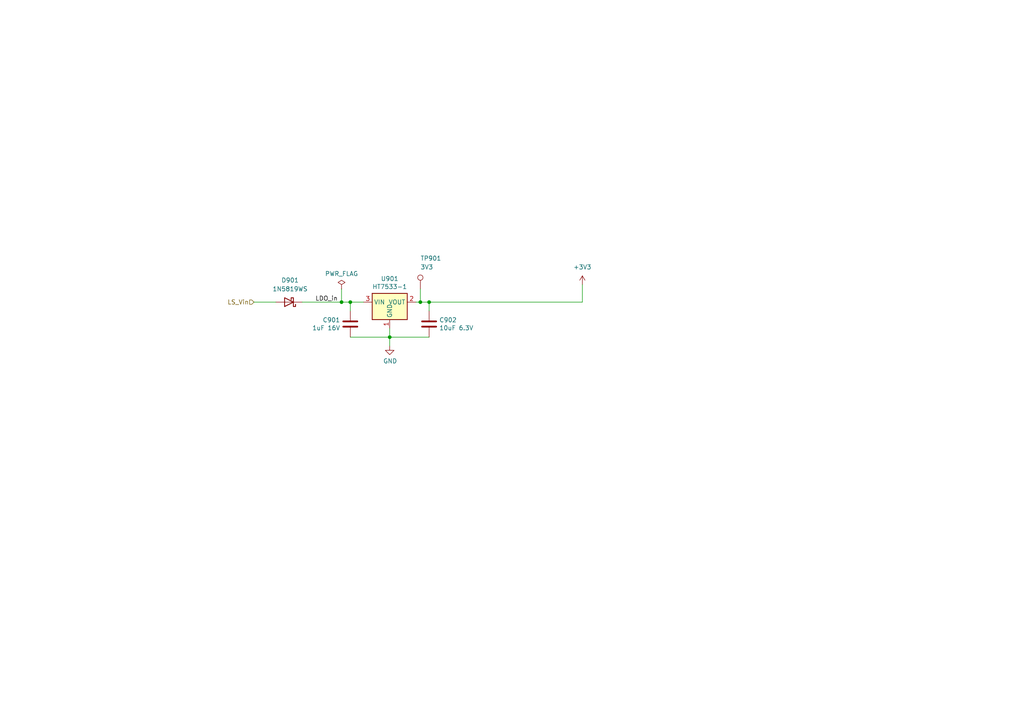
<source format=kicad_sch>
(kicad_sch (version 20231120) (generator "eeschema") (generator_version "8.0")
  (paper "A4")
  (title_block (title "Sailor Hat for Raspberry Pi") (date "2024-09-25") (rev "v2.0.1") (company "Hat Labs Ltd") (comment 1 "https://creativecommons.org/licenses/by/4.0") (comment 2 "To view a copy of this license, visit ") (comment 3 "Sailor Hat for Raspberry Pi is licensed under CC BY 4.0."))
  (lib_symbols
    (symbol "Connector:TestPoint" (pin_numbers hide) (pin_names (offset 0.762) hide)
      (property "Reference" "TP" (at 0 6.858 0))
      (property "Value" "TestPoint" (at 0 5.08 0))
      (symbol "TestPoint_0_1"
        (circle (center 0 3.302) (radius 0.762))
      )
      (symbol "TestPoint_1_1"
        (pin passive line (at 0 0 90) (length 2.54) (name "1") (number "1"))
      )
    )
    (symbol "Device:C" (pin_numbers hide) (pin_names (offset 0.254))
      (property "Reference" "C" (at 0.635 2.54 0))
      (property "Value" "C" (at 0.635 -2.54 0))
      (symbol "C_0_1"
        (polyline (pts (xy -2.032 -0.762) (xy 2.032 -0.762)) (stroke (width 0.508)))
        (polyline (pts (xy -2.032 0.762) (xy 2.032 0.762)) (stroke (width 0.508)))
      )
      (symbol "C_1_1"
        (pin passive line (at 0 3.81 270) (length 2.794) (name "~") (number "1"))
        (pin passive line (at 0 -3.81 90) (length 2.794) (name "~") (number "2"))
      )
    )
    (symbol "Device:D_Schottky" (pin_numbers hide) (pin_names (offset 1.016) hide)
      (property "Reference" "D" (at 0 2.54 0))
      (property "Value" "D_Schottky" (at 0 -2.54 0))
      (symbol "D_Schottky_0_1"
        (polyline (pts (xy 1.27 0) (xy -1.27 0)))
        (polyline (pts (xy 1.27 1.27) (xy 1.27 -1.27) (xy -1.27 0) (xy 1.27 1.27)) (stroke (width 0.254)))
        (polyline (pts (xy -1.905 0.635) (xy -1.905 1.27) (xy -1.27 1.27) (xy -1.27 -1.27) (xy -0.635 -1.27) (xy -0.635 -0.635)) (stroke (width 0.254)))
      )
      (symbol "D_Schottky_1_1"
        (pin passive line (at -3.81 0 0) (length 2.54) (name "K") (number "1"))
        (pin passive line (at 3.81 0 180) (length 2.54) (name "A") (number "2"))
      )
    )
    (symbol "SH-RPi:HT75xx-1-SOT23"
      (property "Reference" "U" (at -5.08 -3.81 0))
      (property "Value" "HT75xx-1-SOT23" (at 0 6.35 0))
      (symbol "HT75xx-1-SOT23_0_1"
        (rectangle (start -5.08 5.08) (end 5.08 -2.54) (stroke (width 0.254)) (fill (type background)))
      )
      (symbol "HT75xx-1-SOT23_1_1"
        (pin power_in line (at 0 -5.08 90) (length 2.54) (name "GND") (number "1"))
        (pin power_out line (at 7.62 2.54 180) (length 2.54) (name "VOUT") (number "2"))
        (pin power_in line (at -7.62 2.54 0) (length 2.54) (name "VIN") (number "3"))
      )
    )
    (symbol "power:+3V3" (power) (pin_names (offset 0))
      (property "Value" "+3V3" (at 0 3.556 0))
      (symbol "+3V3_0_1"
        (polyline (pts (xy -0.762 1.27) (xy 0 2.54)))
        (polyline (pts (xy 0 0) (xy 0 2.54)))
        (polyline (pts (xy 0 2.54) (xy 0.762 1.27)))
      )
      (symbol "+3V3_1_1"
        (pin power_in line (at 0 0 90) (length 0) hide (name "+3V3") (number "1"))
      )
    )
    (symbol "power:GND" (power) (pin_names (offset 0))
      (property "Value" "GND" (at 0 -3.81 0))
      (symbol "GND_0_1"
        (polyline (pts (xy 0 0) (xy 0 -1.27) (xy 1.27 -1.27) (xy 0 -2.54) (xy -1.27 -1.27) (xy 0 -1.27)))
      )
      (symbol "GND_1_1"
        (pin power_in line (at 0 0 270) (length 0) hide (name "GND") (number "1"))
      )
    )
    (symbol "power:PWR_FLAG" (power) (pin_numbers hide) (pin_names (offset 0) hide)
      (property "Value" "PWR_FLAG" (at 0 3.81 0))
      (symbol "PWR_FLAG_0_0"
        (pin power_out line (at 0 0 90) (length 0) (name "pwr") (number "1"))
      )
      (symbol "PWR_FLAG_0_1"
        (polyline (pts (xy 0 0) (xy 0 1.27) (xy -1.016 1.905) (xy 0 2.54) (xy 1.016 1.905) (xy 0 1.27)))
      )
    )
  )
  (junction (at 101.6 87.63))
  (junction (at 124.46 87.63))
  (junction (at 121.92 87.63))
  (junction (at 113.03 97.79))
  (junction (at 99.06 87.63))
  (wire (pts (xy 99.06 87.63) (xy 101.6 87.63)))
  (wire (pts (xy 101.6 90.17) (xy 101.6 87.63)))
  (wire (pts (xy 99.06 83.82) (xy 99.06 87.63)))
  (wire (pts (xy 87.63 87.63) (xy 99.06 87.63)))
  (wire (pts (xy 168.91 82.55) (xy 168.91 87.63)))
  (wire (pts (xy 113.03 97.79) (xy 124.46 97.79)))
  (wire (pts (xy 121.92 87.63) (xy 124.46 87.63)))
  (wire (pts (xy 73.66 87.63) (xy 80.01 87.63)))
  (wire (pts (xy 101.6 87.63) (xy 105.41 87.63)))
  (wire (pts (xy 101.6 97.79) (xy 113.03 97.79)))
  (wire (pts (xy 113.03 95.25) (xy 113.03 97.79)))
  (wire (pts (xy 120.65 87.63) (xy 121.92 87.63)))
  (wire (pts (xy 124.46 87.63) (xy 124.46 90.17)))
  (wire (pts (xy 121.92 83.82) (xy 121.92 87.63)))
  (wire (pts (xy 124.46 87.63) (xy 168.91 87.63)))
  (wire (pts (xy 113.03 100.33) (xy 113.03 97.79)))
  (label "LDO_in" (at 91.44 87.63 0))
  (hierarchical_label "LS_Vin" (shape input) (at 73.66 87.63 180))
  (symbol (lib_id "power:PWR_FLAG") (at 99.06 83.82 0) (unit 1)
    (property "Reference" "#FLG0901" (effects (hide yes)))
    (property "Value" "PWR_FLAG" (at 99.06 79.4004 0))
  )
  (symbol (lib_id "Device:D_Schottky") (at 83.82 87.63 180) (unit 1)
    (property "Reference" "D901" (at 84.1375 81.28 0))
    (property "Value" "1N5819WS" (at 84.1375 83.82 0))
    (property "Footprint" "Diode_SMD:D_SOD-323_HandSoldering" (effects (hide yes)))
    (property "LCSC" "C191023" (effects (hide yes)))
  )
  (symbol (lib_id "power:GND") (at 113.03 100.33 0) (unit 1)
    (property "Reference" "#PWR0901" (effects (hide yes)))
    (property "Value" "GND" (at 113.157 104.7242 0))
  )
  (symbol (lib_id "Device:C") (at 101.6 93.98 0) (mirror y) (unit 1)
    (property "Reference" "C901" (at 98.679 92.8116 0) (effects (justify left)))
    (property "Value" "1uF 16V" (at 98.679 95.123 0) (effects (justify left)))
    (property "Footprint" "Capacitor_SMD:C_0402_1005Metric" (effects (hide yes)))
    (property "LCSC" "C52923" (effects (hide yes)))
  )
  (symbol (lib_id "power:+3V3") (at 168.91 82.55 0) (unit 1)
    (property "Reference" "#PWR0902" (effects (hide yes)))
    (property "Value" "+3V3" (at 168.91 77.47 0))
  )
  (symbol (lib_id "Device:C") (at 124.46 93.98 0) (unit 1)
    (property "Reference" "C902" (at 127.381 92.8116 0) (effects (justify left)))
    (property "Value" "10uF 6.3V" (at 127.381 95.123 0) (effects (justify left)))
    (property "Footprint" "Capacitor_SMD:C_0402_1005Metric" (effects (hide yes)))
    (property "LCSC" "C15525" (effects (hide yes)))
  )
  (symbol (lib_id "Connector:TestPoint") (at 121.92 83.82 0) (unit 1)
    (property "Reference" "TP901" (at 121.92 74.93 0) (effects (justify left)))
    (property "Value" "3V3" (at 121.92 77.47 0) (effects (justify left)))
    (property "Footprint" "TestPoint:TestPoint_Pad_D2.0mm" (effects (hide yes)))
  )
  (symbol (lib_id "SH-RPi:HT75xx-1-SOT23") (at 113.03 90.17 0) (unit 1)
    (property "Reference" "U901" (at 113.03 80.8482 0))
    (property "Value" "HT7533-1" (at 113.03 83.1596 0))
    (property "Footprint" "Package_TO_SOT_SMD:SOT-23" (effects (hide yes)))
    (property "LCSC" "C5279052" (effects (hide yes)))
    (property "JLCPCB_CORRECTION" "0;0;180" (effects (hide yes)))
  )
)
</source>
